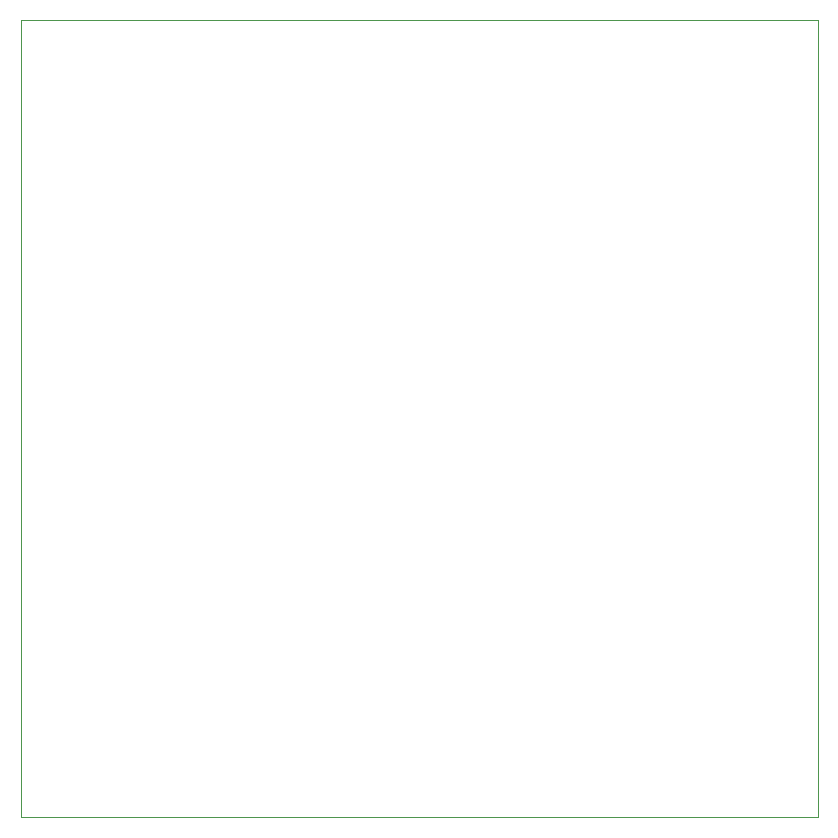
<source format=gbr>
%TF.GenerationSoftware,KiCad,Pcbnew,6.0.7-f9a2dced07~116~ubuntu22.04.1*%
%TF.CreationDate,2022-09-17T16:40:37+08:00*%
%TF.ProjectId,WLED-12V,574c4544-2d31-4325-962e-6b696361645f,rev?*%
%TF.SameCoordinates,Original*%
%TF.FileFunction,Profile,NP*%
%FSLAX46Y46*%
G04 Gerber Fmt 4.6, Leading zero omitted, Abs format (unit mm)*
G04 Created by KiCad (PCBNEW 6.0.7-f9a2dced07~116~ubuntu22.04.1) date 2022-09-17 16:40:37*
%MOMM*%
%LPD*%
G01*
G04 APERTURE LIST*
%TA.AperFunction,Profile*%
%ADD10C,0.100000*%
%TD*%
G04 APERTURE END LIST*
D10*
X77500000Y-40000000D02*
X145000000Y-40000000D01*
X145000000Y-40000000D02*
X145000000Y-107500000D01*
X145000000Y-107500000D02*
X77500000Y-107500000D01*
X77500000Y-107500000D02*
X77500000Y-40000000D01*
M02*

</source>
